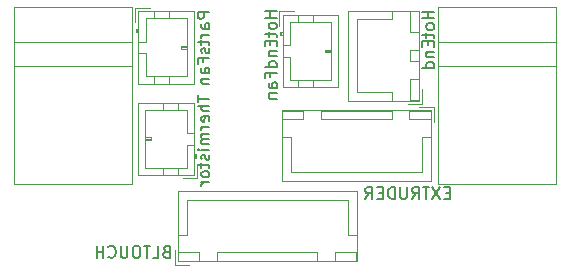
<source format=gbo>
G04 #@! TF.GenerationSoftware,KiCad,Pcbnew,(5.1.2)-1*
G04 #@! TF.CreationDate,2020-08-06T11:16:41+09:00*
G04 #@! TF.ProjectId,i3mega_connector_board,69336d65-6761-45f6-936f-6e6e6563746f,rev?*
G04 #@! TF.SameCoordinates,PX7efb530PY7b459e0*
G04 #@! TF.FileFunction,Legend,Bot*
G04 #@! TF.FilePolarity,Positive*
%FSLAX46Y46*%
G04 Gerber Fmt 4.6, Leading zero omitted, Abs format (unit mm)*
G04 Created by KiCad (PCBNEW (5.1.2)-1) date 2020-08-06 11:16:41*
%MOMM*%
%LPD*%
G04 APERTURE LIST*
%ADD10C,0.120000*%
%ADD11C,0.150000*%
G04 APERTURE END LIST*
D10*
X14490000Y410000D02*
X14490000Y6380000D01*
X14490000Y6380000D02*
X29610000Y6380000D01*
X29610000Y6380000D02*
X29610000Y410000D01*
X29610000Y410000D02*
X14490000Y410000D01*
X17800000Y420000D02*
X17800000Y1170000D01*
X17800000Y1170000D02*
X26300000Y1170000D01*
X26300000Y1170000D02*
X26300000Y420000D01*
X26300000Y420000D02*
X17800000Y420000D01*
X14500000Y420000D02*
X14500000Y1170000D01*
X14500000Y1170000D02*
X16300000Y1170000D01*
X16300000Y1170000D02*
X16300000Y420000D01*
X16300000Y420000D02*
X14500000Y420000D01*
X27800000Y420000D02*
X27800000Y1170000D01*
X27800000Y1170000D02*
X29600000Y1170000D01*
X29600000Y1170000D02*
X29600000Y420000D01*
X29600000Y420000D02*
X27800000Y420000D01*
X14500000Y2670000D02*
X15250000Y2670000D01*
X15250000Y2670000D02*
X15250000Y5620000D01*
X15250000Y5620000D02*
X22050000Y5620000D01*
X29600000Y2670000D02*
X28850000Y2670000D01*
X28850000Y2670000D02*
X28850000Y5620000D01*
X28850000Y5620000D02*
X22050000Y5620000D01*
X15450000Y120000D02*
X14200000Y120000D01*
X14200000Y120000D02*
X14200000Y1370000D01*
X36480000Y18975000D02*
X46480000Y18975000D01*
X36480000Y16975000D02*
X46480000Y16975000D01*
X36480000Y21975000D02*
X46480000Y21975000D01*
X46480000Y6975000D02*
X46480000Y21975000D01*
X36480000Y6975000D02*
X36480000Y21975000D01*
X36480000Y6975000D02*
X46480000Y6975000D01*
X630000Y18975000D02*
X10630000Y18975000D01*
X630000Y16975000D02*
X10630000Y16975000D01*
X630000Y21975000D02*
X10630000Y21975000D01*
X10630000Y6975000D02*
X10630000Y21975000D01*
X630000Y6975000D02*
X630000Y21975000D01*
X630000Y6975000D02*
X10630000Y6975000D01*
X36170000Y13480000D02*
X36170000Y12230000D01*
X34920000Y13480000D02*
X36170000Y13480000D01*
X24020000Y7980000D02*
X29570000Y7980000D01*
X24020000Y10930000D02*
X24020000Y7980000D01*
X23270000Y10930000D02*
X24020000Y10930000D01*
X35120000Y7980000D02*
X29570000Y7980000D01*
X35120000Y10930000D02*
X35120000Y7980000D01*
X35870000Y10930000D02*
X35120000Y10930000D01*
X23270000Y13180000D02*
X25070000Y13180000D01*
X23270000Y12430000D02*
X23270000Y13180000D01*
X25070000Y12430000D02*
X23270000Y12430000D01*
X25070000Y13180000D02*
X25070000Y12430000D01*
X34070000Y13180000D02*
X35870000Y13180000D01*
X34070000Y12430000D02*
X34070000Y13180000D01*
X35870000Y12430000D02*
X34070000Y12430000D01*
X35870000Y13180000D02*
X35870000Y12430000D01*
X26570000Y13180000D02*
X32570000Y13180000D01*
X26570000Y12430000D02*
X26570000Y13180000D01*
X32570000Y12430000D02*
X26570000Y12430000D01*
X32570000Y13180000D02*
X32570000Y12430000D01*
X23260000Y13190000D02*
X35880000Y13190000D01*
X23260000Y7220000D02*
X23260000Y13190000D01*
X35880000Y7220000D02*
X23260000Y7220000D01*
X35880000Y13190000D02*
X35880000Y7220000D01*
X11145000Y21585000D02*
X15865000Y21585000D01*
X15865000Y21585000D02*
X15865000Y15465000D01*
X15865000Y15465000D02*
X11145000Y15465000D01*
X11145000Y15465000D02*
X11145000Y21585000D01*
X11145000Y19825000D02*
X10945000Y19825000D01*
X10945000Y19825000D02*
X10945000Y20125000D01*
X10945000Y20125000D02*
X11145000Y20125000D01*
X11045000Y19825000D02*
X11045000Y20125000D01*
X11145000Y19025000D02*
X11755000Y19025000D01*
X11755000Y19025000D02*
X11755000Y20975000D01*
X11755000Y20975000D02*
X15255000Y20975000D01*
X15255000Y20975000D02*
X15255000Y16075000D01*
X15255000Y16075000D02*
X11755000Y16075000D01*
X11755000Y16075000D02*
X11755000Y18025000D01*
X11755000Y18025000D02*
X11145000Y18025000D01*
X12455000Y21585000D02*
X12455000Y20975000D01*
X13755000Y21585000D02*
X13755000Y20975000D01*
X12455000Y15465000D02*
X12455000Y16075000D01*
X13755000Y15465000D02*
X13755000Y16075000D01*
X15255000Y18625000D02*
X14755000Y18625000D01*
X14755000Y18625000D02*
X14755000Y18425000D01*
X14755000Y18425000D02*
X15255000Y18425000D01*
X15255000Y18525000D02*
X14755000Y18525000D01*
X10845000Y20635000D02*
X10845000Y21885000D01*
X10845000Y21885000D02*
X12095000Y21885000D01*
X23340000Y21300000D02*
X28060000Y21300000D01*
X28060000Y21300000D02*
X28060000Y15180000D01*
X28060000Y15180000D02*
X23340000Y15180000D01*
X23340000Y15180000D02*
X23340000Y21300000D01*
X23340000Y19540000D02*
X23140000Y19540000D01*
X23140000Y19540000D02*
X23140000Y19840000D01*
X23140000Y19840000D02*
X23340000Y19840000D01*
X23240000Y19540000D02*
X23240000Y19840000D01*
X23340000Y18740000D02*
X23950000Y18740000D01*
X23950000Y18740000D02*
X23950000Y20690000D01*
X23950000Y20690000D02*
X27450000Y20690000D01*
X27450000Y20690000D02*
X27450000Y15790000D01*
X27450000Y15790000D02*
X23950000Y15790000D01*
X23950000Y15790000D02*
X23950000Y17740000D01*
X23950000Y17740000D02*
X23340000Y17740000D01*
X24650000Y21300000D02*
X24650000Y20690000D01*
X25950000Y21300000D02*
X25950000Y20690000D01*
X24650000Y15180000D02*
X24650000Y15790000D01*
X25950000Y15180000D02*
X25950000Y15790000D01*
X27450000Y18340000D02*
X26950000Y18340000D01*
X26950000Y18340000D02*
X26950000Y18140000D01*
X26950000Y18140000D02*
X27450000Y18140000D01*
X27450000Y18240000D02*
X26950000Y18240000D01*
X23040000Y20350000D02*
X23040000Y21600000D01*
X23040000Y21600000D02*
X24290000Y21600000D01*
X35180000Y13740000D02*
X33930000Y13740000D01*
X35180000Y14990000D02*
X35180000Y13740000D01*
X29680000Y20890000D02*
X29680000Y17840000D01*
X32630000Y20890000D02*
X29680000Y20890000D01*
X32630000Y21640000D02*
X32630000Y20890000D01*
X29680000Y14790000D02*
X29680000Y17840000D01*
X32630000Y14790000D02*
X29680000Y14790000D01*
X32630000Y14040000D02*
X32630000Y14790000D01*
X34880000Y21640000D02*
X34880000Y19840000D01*
X34130000Y21640000D02*
X34880000Y21640000D01*
X34130000Y19840000D02*
X34130000Y21640000D01*
X34880000Y19840000D02*
X34130000Y19840000D01*
X34880000Y15840000D02*
X34880000Y14040000D01*
X34130000Y15840000D02*
X34880000Y15840000D01*
X34130000Y14040000D02*
X34130000Y15840000D01*
X34880000Y14040000D02*
X34130000Y14040000D01*
X34880000Y18340000D02*
X34880000Y17340000D01*
X34130000Y18340000D02*
X34880000Y18340000D01*
X34130000Y17340000D02*
X34130000Y18340000D01*
X34880000Y17340000D02*
X34130000Y17340000D01*
X34890000Y21650000D02*
X34890000Y14030000D01*
X28920000Y21650000D02*
X34890000Y21650000D01*
X28920000Y14030000D02*
X28920000Y21650000D01*
X34890000Y14030000D02*
X28920000Y14030000D01*
X16140000Y7440000D02*
X14890000Y7440000D01*
X16140000Y8690000D02*
X16140000Y7440000D01*
X11730000Y10800000D02*
X12230000Y10800000D01*
X12230000Y10900000D02*
X11730000Y10900000D01*
X12230000Y10700000D02*
X12230000Y10900000D01*
X11730000Y10700000D02*
X12230000Y10700000D01*
X13230000Y13860000D02*
X13230000Y13250000D01*
X14530000Y13860000D02*
X14530000Y13250000D01*
X13230000Y7740000D02*
X13230000Y8350000D01*
X14530000Y7740000D02*
X14530000Y8350000D01*
X15230000Y11300000D02*
X15840000Y11300000D01*
X15230000Y13250000D02*
X15230000Y11300000D01*
X11730000Y13250000D02*
X15230000Y13250000D01*
X11730000Y8350000D02*
X11730000Y13250000D01*
X15230000Y8350000D02*
X11730000Y8350000D01*
X15230000Y10300000D02*
X15230000Y8350000D01*
X15840000Y10300000D02*
X15230000Y10300000D01*
X15940000Y9500000D02*
X15940000Y9200000D01*
X16040000Y9200000D02*
X15840000Y9200000D01*
X16040000Y9500000D02*
X16040000Y9200000D01*
X15840000Y9500000D02*
X16040000Y9500000D01*
X15840000Y13860000D02*
X15840000Y7740000D01*
X11120000Y13860000D02*
X15840000Y13860000D01*
X11120000Y7740000D02*
X11120000Y13860000D01*
X15840000Y7740000D02*
X11120000Y7740000D01*
D11*
X13495714Y1241429D02*
X13352857Y1193810D01*
X13305238Y1146191D01*
X13257619Y1050953D01*
X13257619Y908096D01*
X13305238Y812858D01*
X13352857Y765239D01*
X13448095Y717620D01*
X13829047Y717620D01*
X13829047Y1717620D01*
X13495714Y1717620D01*
X13400476Y1670000D01*
X13352857Y1622381D01*
X13305238Y1527143D01*
X13305238Y1431905D01*
X13352857Y1336667D01*
X13400476Y1289048D01*
X13495714Y1241429D01*
X13829047Y1241429D01*
X12352857Y717620D02*
X12829047Y717620D01*
X12829047Y1717620D01*
X12162380Y1717620D02*
X11590952Y1717620D01*
X11876666Y717620D02*
X11876666Y1717620D01*
X11067142Y1717620D02*
X10876666Y1717620D01*
X10781428Y1670000D01*
X10686190Y1574762D01*
X10638571Y1384286D01*
X10638571Y1050953D01*
X10686190Y860477D01*
X10781428Y765239D01*
X10876666Y717620D01*
X11067142Y717620D01*
X11162380Y765239D01*
X11257619Y860477D01*
X11305238Y1050953D01*
X11305238Y1384286D01*
X11257619Y1574762D01*
X11162380Y1670000D01*
X11067142Y1717620D01*
X10210000Y1717620D02*
X10210000Y908096D01*
X10162380Y812858D01*
X10114761Y765239D01*
X10019523Y717620D01*
X9829047Y717620D01*
X9733809Y765239D01*
X9686190Y812858D01*
X9638571Y908096D01*
X9638571Y1717620D01*
X8590952Y812858D02*
X8638571Y765239D01*
X8781428Y717620D01*
X8876666Y717620D01*
X9019523Y765239D01*
X9114761Y860477D01*
X9162380Y955715D01*
X9210000Y1146191D01*
X9210000Y1289048D01*
X9162380Y1479524D01*
X9114761Y1574762D01*
X9019523Y1670000D01*
X8876666Y1717620D01*
X8781428Y1717620D01*
X8638571Y1670000D01*
X8590952Y1622381D01*
X8162380Y717620D02*
X8162380Y1717620D01*
X8162380Y1241429D02*
X7590952Y1241429D01*
X7590952Y717620D02*
X7590952Y1717620D01*
X37497619Y6221429D02*
X37164285Y6221429D01*
X37021428Y5697620D02*
X37497619Y5697620D01*
X37497619Y6697620D01*
X37021428Y6697620D01*
X36688095Y6697620D02*
X36021428Y5697620D01*
X36021428Y6697620D02*
X36688095Y5697620D01*
X35783333Y6697620D02*
X35211904Y6697620D01*
X35497619Y5697620D02*
X35497619Y6697620D01*
X34307142Y5697620D02*
X34640476Y6173810D01*
X34878571Y5697620D02*
X34878571Y6697620D01*
X34497619Y6697620D01*
X34402380Y6650000D01*
X34354761Y6602381D01*
X34307142Y6507143D01*
X34307142Y6364286D01*
X34354761Y6269048D01*
X34402380Y6221429D01*
X34497619Y6173810D01*
X34878571Y6173810D01*
X33878571Y6697620D02*
X33878571Y5888096D01*
X33830952Y5792858D01*
X33783333Y5745239D01*
X33688095Y5697620D01*
X33497619Y5697620D01*
X33402380Y5745239D01*
X33354761Y5792858D01*
X33307142Y5888096D01*
X33307142Y6697620D01*
X32830952Y5697620D02*
X32830952Y6697620D01*
X32592857Y6697620D01*
X32450000Y6650000D01*
X32354761Y6554762D01*
X32307142Y6459524D01*
X32259523Y6269048D01*
X32259523Y6126191D01*
X32307142Y5935715D01*
X32354761Y5840477D01*
X32450000Y5745239D01*
X32592857Y5697620D01*
X32830952Y5697620D01*
X31830952Y6221429D02*
X31497619Y6221429D01*
X31354761Y5697620D02*
X31830952Y5697620D01*
X31830952Y6697620D01*
X31354761Y6697620D01*
X30354761Y5697620D02*
X30688095Y6173810D01*
X30926190Y5697620D02*
X30926190Y6697620D01*
X30545238Y6697620D01*
X30450000Y6650000D01*
X30402380Y6602381D01*
X30354761Y6507143D01*
X30354761Y6364286D01*
X30402380Y6269048D01*
X30450000Y6221429D01*
X30545238Y6173810D01*
X30926190Y6173810D01*
X17142380Y21517620D02*
X16142380Y21517620D01*
X16142380Y21136667D01*
X16190000Y21041429D01*
X16237619Y20993810D01*
X16332857Y20946191D01*
X16475714Y20946191D01*
X16570952Y20993810D01*
X16618571Y21041429D01*
X16666190Y21136667D01*
X16666190Y21517620D01*
X17142380Y20089048D02*
X16618571Y20089048D01*
X16523333Y20136667D01*
X16475714Y20231905D01*
X16475714Y20422381D01*
X16523333Y20517620D01*
X17094761Y20089048D02*
X17142380Y20184286D01*
X17142380Y20422381D01*
X17094761Y20517620D01*
X16999523Y20565239D01*
X16904285Y20565239D01*
X16809047Y20517620D01*
X16761428Y20422381D01*
X16761428Y20184286D01*
X16713809Y20089048D01*
X17142380Y19612858D02*
X16475714Y19612858D01*
X16666190Y19612858D02*
X16570952Y19565239D01*
X16523333Y19517620D01*
X16475714Y19422381D01*
X16475714Y19327143D01*
X16475714Y19136667D02*
X16475714Y18755715D01*
X16142380Y18993810D02*
X16999523Y18993810D01*
X17094761Y18946191D01*
X17142380Y18850953D01*
X17142380Y18755715D01*
X17094761Y18470000D02*
X17142380Y18374762D01*
X17142380Y18184286D01*
X17094761Y18089048D01*
X16999523Y18041429D01*
X16951904Y18041429D01*
X16856666Y18089048D01*
X16809047Y18184286D01*
X16809047Y18327143D01*
X16761428Y18422381D01*
X16666190Y18470000D01*
X16618571Y18470000D01*
X16523333Y18422381D01*
X16475714Y18327143D01*
X16475714Y18184286D01*
X16523333Y18089048D01*
X16618571Y17279524D02*
X16618571Y17612858D01*
X17142380Y17612858D02*
X16142380Y17612858D01*
X16142380Y17136667D01*
X17142380Y16327143D02*
X16618571Y16327143D01*
X16523333Y16374762D01*
X16475714Y16470000D01*
X16475714Y16660477D01*
X16523333Y16755715D01*
X17094761Y16327143D02*
X17142380Y16422381D01*
X17142380Y16660477D01*
X17094761Y16755715D01*
X16999523Y16803334D01*
X16904285Y16803334D01*
X16809047Y16755715D01*
X16761428Y16660477D01*
X16761428Y16422381D01*
X16713809Y16327143D01*
X16475714Y15850953D02*
X17142380Y15850953D01*
X16570952Y15850953D02*
X16523333Y15803334D01*
X16475714Y15708096D01*
X16475714Y15565239D01*
X16523333Y15470000D01*
X16618571Y15422381D01*
X17142380Y15422381D01*
X22842380Y21624286D02*
X21842380Y21624286D01*
X22318571Y21624286D02*
X22318571Y21052858D01*
X22842380Y21052858D02*
X21842380Y21052858D01*
X22842380Y20433810D02*
X22794761Y20529048D01*
X22747142Y20576667D01*
X22651904Y20624286D01*
X22366190Y20624286D01*
X22270952Y20576667D01*
X22223333Y20529048D01*
X22175714Y20433810D01*
X22175714Y20290953D01*
X22223333Y20195715D01*
X22270952Y20148096D01*
X22366190Y20100477D01*
X22651904Y20100477D01*
X22747142Y20148096D01*
X22794761Y20195715D01*
X22842380Y20290953D01*
X22842380Y20433810D01*
X22175714Y19814762D02*
X22175714Y19433810D01*
X21842380Y19671905D02*
X22699523Y19671905D01*
X22794761Y19624286D01*
X22842380Y19529048D01*
X22842380Y19433810D01*
X22318571Y19100477D02*
X22318571Y18767143D01*
X22842380Y18624286D02*
X22842380Y19100477D01*
X21842380Y19100477D01*
X21842380Y18624286D01*
X22175714Y18195715D02*
X22842380Y18195715D01*
X22270952Y18195715D02*
X22223333Y18148096D01*
X22175714Y18052858D01*
X22175714Y17910000D01*
X22223333Y17814762D01*
X22318571Y17767143D01*
X22842380Y17767143D01*
X22842380Y16862381D02*
X21842380Y16862381D01*
X22794761Y16862381D02*
X22842380Y16957620D01*
X22842380Y17148096D01*
X22794761Y17243334D01*
X22747142Y17290953D01*
X22651904Y17338572D01*
X22366190Y17338572D01*
X22270952Y17290953D01*
X22223333Y17243334D01*
X22175714Y17148096D01*
X22175714Y16957620D01*
X22223333Y16862381D01*
X22318571Y16052858D02*
X22318571Y16386191D01*
X22842380Y16386191D02*
X21842380Y16386191D01*
X21842380Y15910000D01*
X22842380Y15100477D02*
X22318571Y15100477D01*
X22223333Y15148096D01*
X22175714Y15243334D01*
X22175714Y15433810D01*
X22223333Y15529048D01*
X22794761Y15100477D02*
X22842380Y15195715D01*
X22842380Y15433810D01*
X22794761Y15529048D01*
X22699523Y15576667D01*
X22604285Y15576667D01*
X22509047Y15529048D01*
X22461428Y15433810D01*
X22461428Y15195715D01*
X22413809Y15100477D01*
X22175714Y14624286D02*
X22842380Y14624286D01*
X22270952Y14624286D02*
X22223333Y14576667D01*
X22175714Y14481429D01*
X22175714Y14338572D01*
X22223333Y14243334D01*
X22318571Y14195715D01*
X22842380Y14195715D01*
X36172380Y21550953D02*
X35172380Y21550953D01*
X35648571Y21550953D02*
X35648571Y20979524D01*
X36172380Y20979524D02*
X35172380Y20979524D01*
X36172380Y20360477D02*
X36124761Y20455715D01*
X36077142Y20503334D01*
X35981904Y20550953D01*
X35696190Y20550953D01*
X35600952Y20503334D01*
X35553333Y20455715D01*
X35505714Y20360477D01*
X35505714Y20217620D01*
X35553333Y20122381D01*
X35600952Y20074762D01*
X35696190Y20027143D01*
X35981904Y20027143D01*
X36077142Y20074762D01*
X36124761Y20122381D01*
X36172380Y20217620D01*
X36172380Y20360477D01*
X35505714Y19741429D02*
X35505714Y19360477D01*
X35172380Y19598572D02*
X36029523Y19598572D01*
X36124761Y19550953D01*
X36172380Y19455715D01*
X36172380Y19360477D01*
X35648571Y19027143D02*
X35648571Y18693810D01*
X36172380Y18550953D02*
X36172380Y19027143D01*
X35172380Y19027143D01*
X35172380Y18550953D01*
X35505714Y18122381D02*
X36172380Y18122381D01*
X35600952Y18122381D02*
X35553333Y18074762D01*
X35505714Y17979524D01*
X35505714Y17836667D01*
X35553333Y17741429D01*
X35648571Y17693810D01*
X36172380Y17693810D01*
X36172380Y16789048D02*
X35172380Y16789048D01*
X36124761Y16789048D02*
X36172380Y16884286D01*
X36172380Y17074762D01*
X36124761Y17170000D01*
X36077142Y17217620D01*
X35981904Y17265239D01*
X35696190Y17265239D01*
X35600952Y17217620D01*
X35553333Y17170000D01*
X35505714Y17074762D01*
X35505714Y16884286D01*
X35553333Y16789048D01*
X16142380Y14473334D02*
X16142380Y13901905D01*
X17142380Y14187620D02*
X16142380Y14187620D01*
X17142380Y13568572D02*
X16142380Y13568572D01*
X17142380Y13140000D02*
X16618571Y13140000D01*
X16523333Y13187620D01*
X16475714Y13282858D01*
X16475714Y13425715D01*
X16523333Y13520953D01*
X16570952Y13568572D01*
X17094761Y12282858D02*
X17142380Y12378096D01*
X17142380Y12568572D01*
X17094761Y12663810D01*
X16999523Y12711429D01*
X16618571Y12711429D01*
X16523333Y12663810D01*
X16475714Y12568572D01*
X16475714Y12378096D01*
X16523333Y12282858D01*
X16618571Y12235239D01*
X16713809Y12235239D01*
X16809047Y12711429D01*
X17142380Y11806667D02*
X16475714Y11806667D01*
X16666190Y11806667D02*
X16570952Y11759048D01*
X16523333Y11711429D01*
X16475714Y11616191D01*
X16475714Y11520953D01*
X17142380Y11187620D02*
X16475714Y11187620D01*
X16570952Y11187620D02*
X16523333Y11140000D01*
X16475714Y11044762D01*
X16475714Y10901905D01*
X16523333Y10806667D01*
X16618571Y10759048D01*
X17142380Y10759048D01*
X16618571Y10759048D02*
X16523333Y10711429D01*
X16475714Y10616191D01*
X16475714Y10473334D01*
X16523333Y10378096D01*
X16618571Y10330477D01*
X17142380Y10330477D01*
X17142380Y9854286D02*
X16475714Y9854286D01*
X16142380Y9854286D02*
X16190000Y9901905D01*
X16237619Y9854286D01*
X16190000Y9806667D01*
X16142380Y9854286D01*
X16237619Y9854286D01*
X17094761Y9425715D02*
X17142380Y9330477D01*
X17142380Y9140000D01*
X17094761Y9044762D01*
X16999523Y8997143D01*
X16951904Y8997143D01*
X16856666Y9044762D01*
X16809047Y9140000D01*
X16809047Y9282858D01*
X16761428Y9378096D01*
X16666190Y9425715D01*
X16618571Y9425715D01*
X16523333Y9378096D01*
X16475714Y9282858D01*
X16475714Y9140000D01*
X16523333Y9044762D01*
X16475714Y8711429D02*
X16475714Y8330477D01*
X16142380Y8568572D02*
X16999523Y8568572D01*
X17094761Y8520953D01*
X17142380Y8425715D01*
X17142380Y8330477D01*
X17142380Y7854286D02*
X17094761Y7949524D01*
X17047142Y7997143D01*
X16951904Y8044762D01*
X16666190Y8044762D01*
X16570952Y7997143D01*
X16523333Y7949524D01*
X16475714Y7854286D01*
X16475714Y7711429D01*
X16523333Y7616191D01*
X16570952Y7568572D01*
X16666190Y7520953D01*
X16951904Y7520953D01*
X17047142Y7568572D01*
X17094761Y7616191D01*
X17142380Y7711429D01*
X17142380Y7854286D01*
X17142380Y7092381D02*
X16475714Y7092381D01*
X16666190Y7092381D02*
X16570952Y7044762D01*
X16523333Y6997143D01*
X16475714Y6901905D01*
X16475714Y6806667D01*
M02*

</source>
